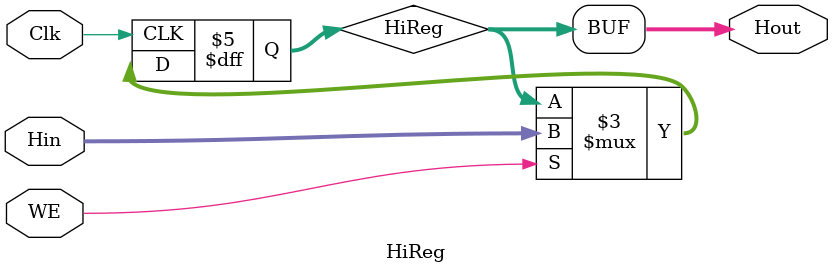
<source format=v>
module HiReg(Clk,WE,Hin,Hout);

input Clk;
input WE;
input [31:0] Hin;
output [31:0] Hout;

//定义寄存器
reg [31:0] HiReg;

//寄存器初始化
initial begin
	HiReg<=31'd0;
end

//取数
assign Hout=HiReg;

//存入数据
always@(posedge Clk) begin
	if(WE) begin
		HiReg<=Hin;
	end
end

endmodule

</source>
